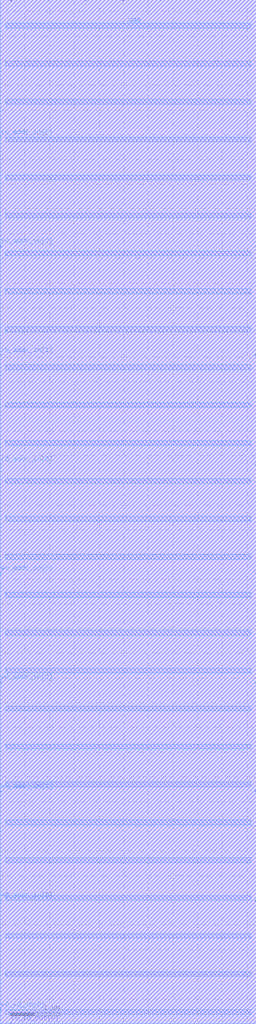
<source format=lef>
VERSION 5.7 ;
BUSBITCHARS "[]" ;
MACRO fakeram_1x256_1r1w
  FOREIGN fakeram_1x256_1r1w 0 0 ;
  SYMMETRY X Y R90 ;
  SIZE 5.184 BY 20.736 ;
  CLASS BLOCK ;
  PIN w0_wd_in[0]
    DIRECTION INPUT ;
    USE SIGNAL ;
    SHAPE ABUTMENT ;
    PORT
      LAYER M4 ;
      RECT 0.000 0.276 0.024 0.300 ;
    END
  END w0_wd_in[0]
  PIN r0_rd_out[0]
    DIRECTION OUTPUT ;
    USE SIGNAL ;
    SHAPE ABUTMENT ;
    PORT
      LAYER M3 ;
      RECT 0.207 0.000 0.225 0.018 ;
    END
  END r0_rd_out[0]
  PIN w0_addr_in[0]
    DIRECTION INPUT ;
    USE SIGNAL ;
    SHAPE ABUTMENT ;
    PORT
      LAYER M4 ;
      RECT 0.000 2.484 0.024 2.508 ;
    END
  END w0_addr_in[0]
  PIN w0_addr_in[1]
    DIRECTION INPUT ;
    USE SIGNAL ;
    SHAPE ABUTMENT ;
    PORT
      LAYER M4 ;
      RECT 0.000 4.692 0.024 4.716 ;
    END
  END w0_addr_in[1]
  PIN w0_addr_in[2]
    DIRECTION INPUT ;
    USE SIGNAL ;
    SHAPE ABUTMENT ;
    PORT
      LAYER M4 ;
      RECT 0.000 6.900 0.024 6.924 ;
    END
  END w0_addr_in[2]
  PIN w0_addr_in[3]
    DIRECTION INPUT ;
    USE SIGNAL ;
    SHAPE ABUTMENT ;
    PORT
      LAYER M4 ;
      RECT 0.000 9.108 0.024 9.132 ;
    END
  END w0_addr_in[3]
  PIN w0_addr_in[4]
    DIRECTION INPUT ;
    USE SIGNAL ;
    SHAPE ABUTMENT ;
    PORT
      LAYER M4 ;
      RECT 5.160 0.276 5.184 0.300 ;
    END
  END w0_addr_in[4]
  PIN w0_addr_in[5]
    DIRECTION INPUT ;
    USE SIGNAL ;
    SHAPE ABUTMENT ;
    PORT
      LAYER M4 ;
      RECT 5.160 2.484 5.184 2.508 ;
    END
  END w0_addr_in[5]
  PIN w0_addr_in[6]
    DIRECTION INPUT ;
    USE SIGNAL ;
    SHAPE ABUTMENT ;
    PORT
      LAYER M4 ;
      RECT 5.160 4.692 5.184 4.716 ;
    END
  END w0_addr_in[6]
  PIN w0_addr_in[7]
    DIRECTION INPUT ;
    USE SIGNAL ;
    SHAPE ABUTMENT ;
    PORT
      LAYER M4 ;
      RECT 5.160 6.900 5.184 6.924 ;
    END
  END w0_addr_in[7]
  PIN r0_addr_in[0]
    DIRECTION INPUT ;
    USE SIGNAL ;
    SHAPE ABUTMENT ;
    PORT
      LAYER M4 ;
      RECT 0.000 11.316 0.024 11.340 ;
    END
  END r0_addr_in[0]
  PIN r0_addr_in[1]
    DIRECTION INPUT ;
    USE SIGNAL ;
    SHAPE ABUTMENT ;
    PORT
      LAYER M4 ;
      RECT 0.000 13.524 0.024 13.548 ;
    END
  END r0_addr_in[1]
  PIN r0_addr_in[2]
    DIRECTION INPUT ;
    USE SIGNAL ;
    SHAPE ABUTMENT ;
    PORT
      LAYER M4 ;
      RECT 0.000 15.732 0.024 15.756 ;
    END
  END r0_addr_in[2]
  PIN r0_addr_in[3]
    DIRECTION INPUT ;
    USE SIGNAL ;
    SHAPE ABUTMENT ;
    PORT
      LAYER M4 ;
      RECT 0.000 17.940 0.024 17.964 ;
    END
  END r0_addr_in[3]
  PIN r0_addr_in[4]
    DIRECTION INPUT ;
    USE SIGNAL ;
    SHAPE ABUTMENT ;
    PORT
      LAYER M4 ;
      RECT 5.160 9.108 5.184 9.132 ;
    END
  END r0_addr_in[4]
  PIN r0_addr_in[5]
    DIRECTION INPUT ;
    USE SIGNAL ;
    SHAPE ABUTMENT ;
    PORT
      LAYER M4 ;
      RECT 5.160 11.316 5.184 11.340 ;
    END
  END r0_addr_in[5]
  PIN r0_addr_in[6]
    DIRECTION INPUT ;
    USE SIGNAL ;
    SHAPE ABUTMENT ;
    PORT
      LAYER M4 ;
      RECT 5.160 13.524 5.184 13.548 ;
    END
  END r0_addr_in[6]
  PIN r0_addr_in[7]
    DIRECTION INPUT ;
    USE SIGNAL ;
    SHAPE ABUTMENT ;
    PORT
      LAYER M4 ;
      RECT 5.160 15.732 5.184 15.756 ;
    END
  END r0_addr_in[7]
  PIN w0_we_in
    DIRECTION INPUT ;
    USE SIGNAL ;
    SHAPE ABUTMENT ;
    PORT
      LAYER M3 ;
      RECT 0.207 20.718 0.225 20.736 ;
    END
  END w0_we_in
  PIN w0_ce_in
    DIRECTION INPUT ;
    USE SIGNAL ;
    SHAPE ABUTMENT ;
    PORT
      LAYER M3 ;
      RECT 0.963 20.718 0.981 20.736 ;
    END
  END w0_ce_in
  PIN w0_clk
    DIRECTION INPUT ;
    USE SIGNAL ;
    SHAPE ABUTMENT ;
    PORT
      LAYER M3 ;
      RECT 1.719 20.718 1.737 20.736 ;
    END
  END w0_clk
  PIN r0_ce_in
    DIRECTION INPUT ;
    USE SIGNAL ;
    SHAPE ABUTMENT ;
    PORT
      LAYER M3 ;
      RECT 2.475 20.718 2.493 20.736 ;
    END
  END r0_ce_in
  PIN r0_clk
    DIRECTION INPUT ;
    USE SIGNAL ;
    SHAPE ABUTMENT ;
    PORT
      LAYER M3 ;
      RECT 3.231 20.718 3.249 20.736 ;
    END
  END r0_clk
  PIN VSS
    DIRECTION INOUT ;
    USE GROUND ;
    PORT
      LAYER M4 ;
      RECT 0.108 0.192 5.076 0.288 ;
      RECT 0.108 0.960 5.076 1.056 ;
      RECT 0.108 1.728 5.076 1.824 ;
      RECT 0.108 2.496 5.076 2.592 ;
      RECT 0.108 3.264 5.076 3.360 ;
      RECT 0.108 4.032 5.076 4.128 ;
      RECT 0.108 4.800 5.076 4.896 ;
      RECT 0.108 5.568 5.076 5.664 ;
      RECT 0.108 6.336 5.076 6.432 ;
      RECT 0.108 7.104 5.076 7.200 ;
      RECT 0.108 7.872 5.076 7.968 ;
      RECT 0.108 8.640 5.076 8.736 ;
      RECT 0.108 9.408 5.076 9.504 ;
      RECT 0.108 10.176 5.076 10.272 ;
      RECT 0.108 10.944 5.076 11.040 ;
      RECT 0.108 11.712 5.076 11.808 ;
      RECT 0.108 12.480 5.076 12.576 ;
      RECT 0.108 13.248 5.076 13.344 ;
      RECT 0.108 14.016 5.076 14.112 ;
      RECT 0.108 14.784 5.076 14.880 ;
      RECT 0.108 15.552 5.076 15.648 ;
      RECT 0.108 16.320 5.076 16.416 ;
      RECT 0.108 17.088 5.076 17.184 ;
      RECT 0.108 17.856 5.076 17.952 ;
      RECT 0.108 18.624 5.076 18.720 ;
      RECT 0.108 19.392 5.076 19.488 ;
      RECT 0.108 20.160 5.076 20.256 ;
    END
  END VSS
  PIN VDD
    DIRECTION INOUT ;
    USE POWER ;
    PORT
      LAYER M4 ;
      RECT 0.108 0.192 5.076 0.288 ;
      RECT 0.108 0.960 5.076 1.056 ;
      RECT 0.108 1.728 5.076 1.824 ;
      RECT 0.108 2.496 5.076 2.592 ;
      RECT 0.108 3.264 5.076 3.360 ;
      RECT 0.108 4.032 5.076 4.128 ;
      RECT 0.108 4.800 5.076 4.896 ;
      RECT 0.108 5.568 5.076 5.664 ;
      RECT 0.108 6.336 5.076 6.432 ;
      RECT 0.108 7.104 5.076 7.200 ;
      RECT 0.108 7.872 5.076 7.968 ;
      RECT 0.108 8.640 5.076 8.736 ;
      RECT 0.108 9.408 5.076 9.504 ;
      RECT 0.108 10.176 5.076 10.272 ;
      RECT 0.108 10.944 5.076 11.040 ;
      RECT 0.108 11.712 5.076 11.808 ;
      RECT 0.108 12.480 5.076 12.576 ;
      RECT 0.108 13.248 5.076 13.344 ;
      RECT 0.108 14.016 5.076 14.112 ;
      RECT 0.108 14.784 5.076 14.880 ;
      RECT 0.108 15.552 5.076 15.648 ;
      RECT 0.108 16.320 5.076 16.416 ;
      RECT 0.108 17.088 5.076 17.184 ;
      RECT 0.108 17.856 5.076 17.952 ;
      RECT 0.108 18.624 5.076 18.720 ;
      RECT 0.108 19.392 5.076 19.488 ;
      RECT 0.108 20.160 5.076 20.256 ;
    END
  END VDD
  OBS
    LAYER M1 ;
    RECT 0 0 5.184 20.736 ;
    LAYER M2 ;
    RECT 0 0 5.184 20.736 ;
    LAYER M3 ;
    RECT 0 0 5.184 20.736 ;
    LAYER M4 ;
    RECT 0 0 5.184 20.736 ;
  END
END fakeram_1x256_1r1w

END LIBRARY

</source>
